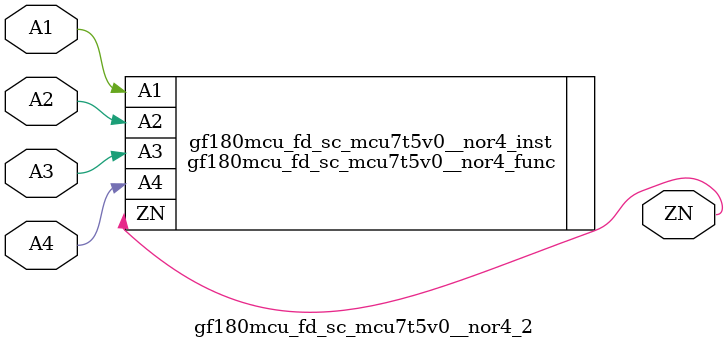
<source format=v>

`ifndef GF180MCU_FD_SC_MCU7T5V0__NOR4_2_V
`define GF180MCU_FD_SC_MCU7T5V0__NOR4_2_V

`include gf180mcu_fd_sc_mcu7t5v0__nor4.v

`ifdef USE_POWER_PINS
module gf180mcu_fd_sc_mcu7t5v0__nor4_2( A4, A3, ZN, A2, A1, VDD, VSS );
inout VDD, VSS;
`else // If not USE_POWER_PINS
module gf180mcu_fd_sc_mcu7t5v0__nor4_2( A4, A3, ZN, A2, A1 );
`endif // If not USE_POWER_PINS
input A1, A2, A3, A4;
output ZN;

`ifdef USE_POWER_PINS
  gf180mcu_fd_sc_mcu7t5v0__nor4_func gf180mcu_fd_sc_mcu7t5v0__nor4_inst(.A4(A4),.A3(A3),.ZN(ZN),.A2(A2),.A1(A1),.VDD(VDD),.VSS(VSS));
`else // If not USE_POWER_PINS
  gf180mcu_fd_sc_mcu7t5v0__nor4_func gf180mcu_fd_sc_mcu7t5v0__nor4_inst(.A4(A4),.A3(A3),.ZN(ZN),.A2(A2),.A1(A1));
`endif // If not USE_POWER_PINS

`ifndef FUNCTIONAL
	// spec_gates_begin


	// spec_gates_end



   specify

	// specify_block_begin

	// comb arc A1 --> ZN
	 (A1 => ZN) = (1.0,1.0);

	// comb arc A2 --> ZN
	 (A2 => ZN) = (1.0,1.0);

	// comb arc A3 --> ZN
	 (A3 => ZN) = (1.0,1.0);

	// comb arc A4 --> ZN
	 (A4 => ZN) = (1.0,1.0);

	// specify_block_end

   endspecify

   `endif

endmodule
`endif // GF180MCU_FD_SC_MCU7T5V0__NOR4_2_V

</source>
